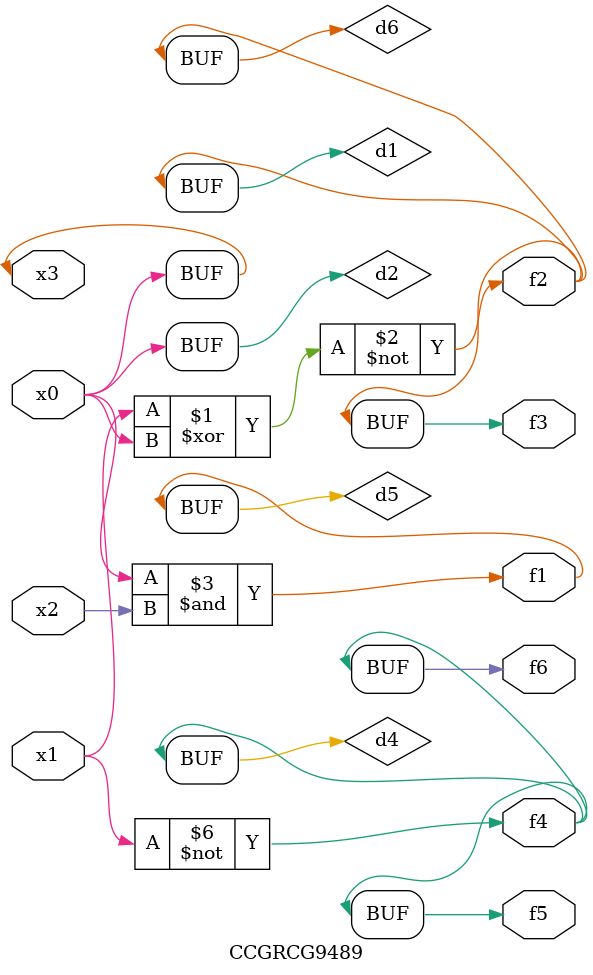
<source format=v>
module CCGRCG9489(
	input x0, x1, x2, x3,
	output f1, f2, f3, f4, f5, f6
);

	wire d1, d2, d3, d4, d5, d6;

	xnor (d1, x1, x3);
	buf (d2, x0, x3);
	nand (d3, x0, x2);
	not (d4, x1);
	nand (d5, d3);
	or (d6, d1);
	assign f1 = d5;
	assign f2 = d6;
	assign f3 = d6;
	assign f4 = d4;
	assign f5 = d4;
	assign f6 = d4;
endmodule

</source>
